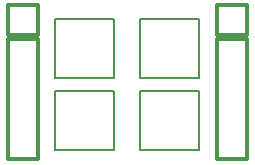
<source format=gto>
G04 (created by PCBNEW (2013-07-07 BZR 4022)-stable) date 9/11/2014 4:32:56 PM*
%MOIN*%
G04 Gerber Fmt 3.4, Leading zero omitted, Abs format*
%FSLAX34Y34*%
G01*
G70*
G90*
G04 APERTURE LIST*
%ADD10C,0.00590551*%
%ADD11C,0.012*%
%ADD12C,0.0125*%
%ADD13C,0.0016*%
%ADD14C,0.0107*%
G04 APERTURE END LIST*
G54D10*
X80702Y-55556D02*
X78733Y-55556D01*
X78733Y-55556D02*
X78733Y-57525D01*
X78733Y-57525D02*
X80702Y-57525D01*
X80702Y-57525D02*
X80702Y-55556D01*
X83534Y-55556D02*
X81565Y-55556D01*
X81565Y-55556D02*
X81565Y-57525D01*
X81565Y-57525D02*
X83534Y-57525D01*
X83534Y-57525D02*
X83534Y-55556D01*
X80702Y-57941D02*
X78733Y-57941D01*
X78733Y-57941D02*
X78733Y-59910D01*
X78733Y-59910D02*
X80702Y-59910D01*
X80702Y-59910D02*
X80702Y-57941D01*
X83522Y-57941D02*
X81553Y-57941D01*
X81553Y-57941D02*
X81553Y-59910D01*
X81553Y-59910D02*
X83522Y-59910D01*
X83522Y-59910D02*
X83522Y-57941D01*
G54D11*
X78155Y-56230D02*
X78155Y-56230D01*
X77155Y-56230D02*
X78155Y-56230D01*
X78155Y-56230D02*
X78155Y-56230D01*
X78155Y-56230D02*
X78155Y-60230D01*
X78155Y-60230D02*
X77155Y-60230D01*
X77155Y-60230D02*
X77155Y-56230D01*
X84126Y-60230D02*
X84126Y-60230D01*
X85126Y-60230D02*
X84126Y-60230D01*
X84126Y-60230D02*
X84126Y-60230D01*
X84126Y-60230D02*
X84126Y-56230D01*
X84126Y-56230D02*
X85126Y-56230D01*
X85126Y-56230D02*
X85126Y-60230D01*
G54D12*
X84126Y-56101D02*
X85126Y-56101D01*
X84126Y-55101D02*
X85126Y-55101D01*
G54D11*
X84126Y-56101D02*
X84126Y-55101D01*
X85126Y-55101D02*
X85126Y-56101D01*
G54D12*
X77160Y-56101D02*
X78160Y-56101D01*
X77160Y-55101D02*
X78160Y-55101D01*
G54D11*
X77160Y-56101D02*
X77160Y-55101D01*
X78160Y-55101D02*
X78160Y-56101D01*
G54D13*
G54D14*
M02*

</source>
